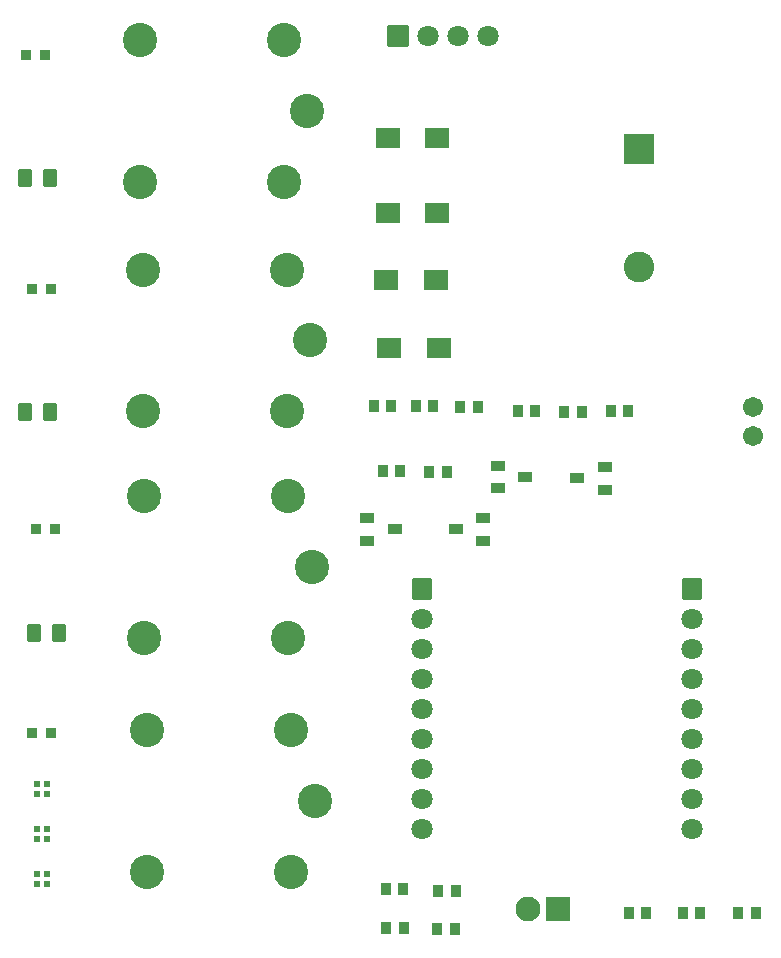
<source format=gts>
G04 Layer: TopSolderMaskLayer*
G04 EasyEDA Pro v2.1.35.b8f67982.0908df, 2024-06-03 14:47:18*
G04 Gerber Generator version 0.3*
G04 Scale: 100 percent, Rotated: No, Reflected: No*
G04 Dimensions in millimeters*
G04 Leading zeros omitted, absolute positions, 3 integers and 3 decimals*
%FSLAX33Y33*%
%MOMM*%
%AMRoundRect*1,1,$1,$2,$3*1,1,$1,$4,$5*1,1,$1,0-$2,0-$3*1,1,$1,0-$4,0-$5*20,1,$1,$2,$3,$4,$5,0*20,1,$1,$4,$5,0-$2,0-$3,0*20,1,$1,0-$2,0-$3,0-$4,0-$5,0*20,1,$1,0-$4,0-$5,$2,$3,0*4,1,4,$2,$3,$4,$5,0-$2,0-$3,0-$4,0-$5,$2,$3,0*%
%ADD10C,2.896*%
%ADD11RoundRect,0.096X0.79X0.853X0.79X-0.853*%
%ADD12C,1.802*%
%ADD13RoundRect,0.091X-0.408X0.437X0.408X0.437*%
%ADD14RoundRect,0.097X1.002X-1.002X-1.002X-1.002*%
%ADD15C,2.102*%
%ADD16C,1.702*%
%ADD17RoundRect,0.098X1.252X1.252X1.252X-1.252*%
%ADD18C,2.602*%
%ADD19RoundRect,0.096X-0.853X0.853X0.853X0.853*%
%ADD20RoundRect,0.093X0.504X-0.704X-0.504X-0.704*%
%ADD21RoundRect,0.086X-0.233X0.233X0.233X0.233*%
%ADD22RoundRect,0.086X0.233X-0.233X-0.233X-0.233*%
%ADD23RoundRect,0.091X-0.405X-0.405X-0.405X0.405*%
%ADD24RoundRect,0.091X-0.505X0.405X0.505X0.405*%
%ADD25RoundRect,0.091X0.505X-0.405X-0.505X-0.405*%
%ADD26RoundRect,0.096X1.003X-0.799X-1.003X-0.799*%
G75*


G04 Pad Start*
G54D10*
G01X26682Y-11019D03*
G01X40882Y-17018D03*
G01X38882Y-23018D03*
G01X38882Y-11018D03*
G01X26682Y-23017D03*
G01X27063Y-49627D03*
G01X41263Y-55626D03*
G01X39263Y-61626D03*
G01X39263Y-49626D03*
G01X27063Y-61625D03*
G54D11*
G01X50546Y-57531D03*
G54D12*
G01X50546Y-60071D03*
G01X50546Y-62611D03*
G01X50546Y-65151D03*
G01X50546Y-67691D03*
G01X50546Y-70231D03*
G01X50546Y-72771D03*
G01X50546Y-75311D03*
G01X50546Y-77851D03*
G54D11*
G01X73452Y-57531D03*
G54D12*
G01X73452Y-60071D03*
G01X73452Y-62611D03*
G01X73452Y-65151D03*
G01X73452Y-67691D03*
G01X73452Y-70231D03*
G01X73452Y-72771D03*
G01X73452Y-75311D03*
G01X73452Y-77851D03*
G54D13*
G01X51553Y-42037D03*
G01X50047Y-42037D03*
G01X47997Y-42037D03*
G01X46491Y-42037D03*
G01X55300Y-42100D03*
G01X53793Y-42100D03*
G54D14*
G01X62103Y-84582D03*
G54D15*
G01X59563Y-84582D03*
G54D16*
G01X78613Y-44557D03*
G01X78613Y-42057D03*
G54D17*
G01X68961Y-20273D03*
G54D18*
G01X68961Y-30273D03*
G54D19*
G01X48514Y-10668D03*
G54D12*
G01X51054Y-10668D03*
G01X53594Y-10668D03*
G01X56134Y-10668D03*
G54D20*
G01X16984Y-22733D03*
G01X19084Y-22733D03*
G01X17746Y-61214D03*
G01X19846Y-61214D03*
G54D21*
G01X17990Y-74847D03*
G01X18840Y-74847D03*
G01X17990Y-73997D03*
G01X18840Y-73997D03*
G54D22*
G01X18840Y-77807D03*
G01X17990Y-77807D03*
G01X18840Y-78657D03*
G01X17990Y-78657D03*
G54D21*
G01X17990Y-82467D03*
G01X18840Y-82467D03*
G01X17990Y-81617D03*
G01X18840Y-81617D03*
G54D20*
G01X16984Y-42545D03*
G01X19084Y-42545D03*
G54D13*
G01X68063Y-42418D03*
G01X66557Y-42418D03*
G01X60189Y-42418D03*
G01X58683Y-42418D03*
G01X64126Y-42545D03*
G01X62620Y-42545D03*
G01X49013Y-82931D03*
G01X47507Y-82931D03*
G01X74159Y-84963D03*
G01X72653Y-84963D03*
G54D10*
G01X27317Y-69439D03*
G01X41517Y-75438D03*
G01X39517Y-81438D03*
G01X39517Y-69438D03*
G01X27317Y-81437D03*
G54D13*
G01X53343Y-86327D03*
G01X51836Y-86327D03*
G01X53458Y-83058D03*
G01X51952Y-83058D03*
G01X49032Y-86200D03*
G01X47525Y-86200D03*
G01X48759Y-47498D03*
G01X47253Y-47498D03*
G01X69587Y-84963D03*
G01X68081Y-84963D03*
G01X78858Y-84963D03*
G01X77352Y-84963D03*
G54D10*
G01X26936Y-30450D03*
G01X41136Y-36449D03*
G01X39136Y-42449D03*
G01X39136Y-30449D03*
G01X26936Y-42448D03*
G54D13*
G01X52696Y-47625D03*
G01X51190Y-47625D03*
G54D23*
G01X17564Y-69733D03*
G01X19164Y-69728D03*
G54D24*
G01X45967Y-53401D03*
G01X48267Y-52451D03*
G01X45967Y-51501D03*
G54D23*
G01X17564Y-32141D03*
G01X19164Y-32136D03*
G54D25*
G01X66047Y-47183D03*
G01X63747Y-48133D03*
G01X66047Y-49083D03*
G54D23*
G01X17945Y-52461D03*
G01X19545Y-52456D03*
G54D25*
G01X55760Y-51501D03*
G01X53460Y-52451D03*
G01X55760Y-53401D03*
G54D23*
G01X17056Y-12329D03*
G01X18656Y-12324D03*
G54D24*
G01X57016Y-48956D03*
G01X59316Y-48006D03*
G01X57016Y-47056D03*
G54D26*
G01X51884Y-19304D03*
G01X47684Y-19304D03*
G01X51884Y-25654D03*
G01X47684Y-25654D03*
G01X51757Y-31369D03*
G01X47557Y-31369D03*
G01X52011Y-37084D03*
G01X47811Y-37084D03*
G04 Pad End*

M02*

</source>
